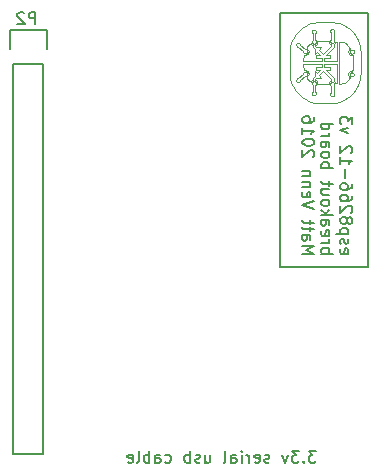
<source format=gbr>
G04 #@! TF.FileFunction,Legend,Bot*
%FSLAX46Y46*%
G04 Gerber Fmt 4.6, Leading zero omitted, Abs format (unit mm)*
G04 Created by KiCad (PCBNEW (2015-06-25 BZR 5821)-product) date Tue 19 Apr 2016 11:43:48 CEST*
%MOMM*%
G01*
G04 APERTURE LIST*
%ADD10C,0.100000*%
%ADD11C,0.200000*%
%ADD12C,0.150000*%
G04 APERTURE END LIST*
D10*
X139195500Y-103457907D02*
X139406230Y-103585675D01*
X139494450Y-105165430D02*
X139417030Y-105062230D01*
X139417030Y-105062230D02*
X139334780Y-104974830D01*
X138771460Y-104809530D02*
X138737450Y-104809900D01*
X139132030Y-104852600D02*
X138999600Y-104820480D01*
X138838520Y-104809530D02*
X138771460Y-104809530D01*
X138999600Y-104820480D02*
X138838520Y-104809530D01*
X139241780Y-104904530D02*
X139132030Y-104852600D01*
X139334780Y-104974830D02*
X139241780Y-104904530D01*
X138544310Y-104826180D02*
X138535130Y-104825210D01*
X138360660Y-104955960D02*
X138309340Y-105010210D01*
X138396090Y-104889440D02*
X138360660Y-104955960D01*
X138412360Y-104813710D02*
X138396090Y-104889440D01*
X138508880Y-104822600D02*
X138467320Y-104818690D01*
X138467320Y-104818690D02*
X138412360Y-104813710D01*
X138535130Y-104825210D02*
X138508880Y-104822600D01*
X137467210Y-106679320D02*
X138544310Y-106679320D01*
X138544310Y-104826180D02*
X138544310Y-104826180D01*
X138244990Y-105292870D02*
X137578320Y-105959540D01*
X138544310Y-106492850D02*
X138544310Y-104826180D01*
X138309340Y-105010210D02*
X138244990Y-105049110D01*
X138244990Y-105049110D02*
X138244990Y-105292870D01*
X137467210Y-106492850D02*
X138544310Y-106492850D01*
X139499270Y-105665100D02*
X139510930Y-105585190D01*
X139521140Y-105773230D02*
X139499270Y-105665100D01*
X137980670Y-104829050D02*
X137996610Y-104858460D01*
X138283720Y-104858460D02*
X138299610Y-104829050D01*
X138072890Y-104921070D02*
X138105390Y-104931170D01*
X138175160Y-104931170D02*
X138207660Y-104921070D01*
X138207660Y-104921070D02*
X138237020Y-104905180D01*
X138262610Y-104884070D02*
X138283720Y-104858460D01*
X138237020Y-104905180D02*
X138262610Y-104884070D01*
X135076475Y-108158110D02*
X135113150Y-108216260D01*
X134983539Y-108900350D02*
X134855771Y-108689620D01*
X135130403Y-109097010D02*
X134983539Y-108900350D01*
X135295171Y-109278330D02*
X135130403Y-109097010D01*
X135169519Y-108255540D02*
X135234243Y-108269710D01*
X135673150Y-109589960D02*
X135476486Y-109443100D01*
X136107450Y-109825100D02*
X135883870Y-109717720D01*
X138244990Y-107879290D02*
X137578320Y-107212620D01*
X135065299Y-108092680D02*
X135076475Y-108158110D01*
X134548100Y-107469300D02*
X134548100Y-105706390D01*
X134599858Y-107985680D02*
X134561284Y-107731350D01*
X134662683Y-108231030D02*
X134599858Y-107985680D01*
X134855771Y-108689620D02*
X134748404Y-108466040D01*
X134561284Y-107731350D02*
X134548100Y-107469300D01*
X134748404Y-108466040D02*
X134662683Y-108231030D01*
X137200560Y-107879290D02*
X137000520Y-107679320D01*
X135299565Y-108258530D02*
X135357617Y-108221790D01*
X135113150Y-108216260D02*
X135169519Y-108255540D01*
X135411110Y-108102000D02*
X135838190Y-107694010D01*
X135396679Y-108166080D02*
X135411110Y-108102000D01*
X135357617Y-108221790D02*
X135396679Y-108166080D01*
X135118737Y-107971470D02*
X135079458Y-108027850D01*
X135079458Y-108027850D02*
X135065299Y-108092680D01*
X135883870Y-109717720D02*
X135673150Y-109589960D01*
X134548100Y-105706390D02*
X134561284Y-105444290D01*
X135476486Y-109443100D02*
X135295171Y-109278330D01*
X135234243Y-108269710D02*
X135299565Y-108258530D01*
X138971930Y-103350540D02*
X139195500Y-103457907D01*
X137975130Y-103150290D02*
X138237230Y-103163419D01*
X138247920Y-104036032D02*
X138284490Y-103981344D01*
X138491570Y-103201994D02*
X138736910Y-103264819D01*
X138237230Y-103163419D02*
X138491570Y-103201994D01*
X138736910Y-103264819D02*
X138971930Y-103350540D01*
X138297880Y-103914504D02*
X138294410Y-103879565D01*
X138284490Y-103981344D02*
X138297880Y-103914504D01*
X138294410Y-103879565D02*
X138284270Y-103847068D01*
X138284270Y-103847068D02*
X138268310Y-103817662D01*
X134855771Y-104486010D02*
X134983539Y-104275290D01*
X134983539Y-104275290D02*
X135130403Y-104078621D01*
X134748404Y-104709600D02*
X134855771Y-104486010D01*
X136587810Y-103201994D02*
X136842160Y-103163419D01*
X134599858Y-105189940D02*
X134662683Y-104944610D01*
X134662683Y-104944610D02*
X134748404Y-104709600D01*
X136342480Y-103264819D02*
X136587810Y-103201994D01*
X138295500Y-104685330D02*
X138274930Y-104653110D01*
X138308630Y-104721850D02*
X138295500Y-104685330D01*
X138247920Y-104626300D02*
X138247920Y-104036032D01*
X138274930Y-104653110D02*
X138247920Y-104626300D01*
X138313180Y-104761720D02*
X138308630Y-104721850D01*
X138299610Y-104829050D02*
X138309710Y-104796610D01*
X138313180Y-104761720D02*
X138313180Y-104761720D01*
X134561284Y-105444290D02*
X134599858Y-105189940D01*
X137104200Y-103150290D02*
X137975130Y-103150290D01*
X136842160Y-103163419D02*
X137104200Y-103150290D01*
X136575340Y-103807246D02*
X136540450Y-103810718D01*
X136402040Y-103980476D02*
X136407360Y-104022957D01*
X136407360Y-104022957D02*
X136422280Y-104061586D01*
X136107450Y-103350540D02*
X136342480Y-103264819D01*
X136610230Y-103810718D02*
X136575340Y-103807246D01*
X135295171Y-103897307D02*
X135476486Y-103732539D01*
X135883870Y-103457907D02*
X136107450Y-103350540D01*
X135130403Y-104078621D02*
X135295171Y-103897307D01*
X135673150Y-103585675D02*
X135883870Y-103457907D01*
X135476486Y-103732539D02*
X135673150Y-103585675D01*
X135065299Y-105079390D02*
X135079458Y-105144220D01*
X135231639Y-105248330D02*
X135272221Y-105245070D01*
X135076475Y-105013960D02*
X135065299Y-105079390D01*
X135113150Y-104955850D02*
X135076475Y-105013960D01*
X135153135Y-105226190D02*
X135191329Y-105242080D01*
X135118737Y-105200640D02*
X135153135Y-105226190D01*
X135191329Y-105242080D02*
X135231639Y-105248330D01*
X135079458Y-105144220D02*
X135118737Y-105200640D01*
X139512950Y-107734930D02*
X139486420Y-107670210D01*
X139486420Y-107670210D02*
X139477030Y-107598430D01*
X139477030Y-107598430D02*
X139498890Y-107490250D01*
X138544310Y-106679320D02*
X138544310Y-108345980D01*
X138737450Y-104809900D02*
X138737450Y-108365790D01*
X138309710Y-104796610D02*
X138313180Y-104761720D01*
X136217860Y-105017320D02*
X136123890Y-105123000D01*
X136323430Y-104936640D02*
X136322090Y-104937290D01*
X136123890Y-105123000D02*
X136039790Y-105249080D01*
X136419910Y-105069010D02*
X136379320Y-105031800D01*
X136379320Y-105031800D02*
X136346770Y-104987260D01*
X136346770Y-104987260D02*
X136323430Y-104936640D01*
X136322090Y-104937290D02*
X136217860Y-105017320D01*
X137133880Y-105959540D02*
X136833850Y-105659510D01*
X137244990Y-106181760D02*
X136800540Y-106181760D01*
X136800540Y-106181760D02*
X136800540Y-105959540D01*
X136800540Y-105959540D02*
X137133880Y-105959540D01*
X137244990Y-106181760D02*
X137244990Y-106181760D01*
X137911660Y-105959540D02*
X137911660Y-106181760D01*
X137244990Y-106492850D02*
X137244990Y-106181760D01*
X137467210Y-106181760D02*
X137467210Y-106492850D01*
X137911660Y-106181760D02*
X137467210Y-106181760D01*
X137578320Y-105959540D02*
X137911660Y-105959540D01*
X137902160Y-104947760D02*
X137867710Y-104875330D01*
X137356100Y-105848430D02*
X138022770Y-105181760D01*
X138022770Y-105048780D02*
X138022770Y-105048780D01*
X137000520Y-105492850D02*
X137356100Y-105848430D01*
X138022770Y-105181760D02*
X138022770Y-105048780D01*
X138022770Y-105048780D02*
X137955060Y-105006730D01*
X137955060Y-105006730D02*
X137902160Y-104947760D01*
X136760610Y-105064510D02*
X136689430Y-105105690D01*
X136852790Y-104930830D02*
X136816380Y-105004890D01*
X136816380Y-105004890D02*
X136760610Y-105064510D01*
X136467210Y-105097720D02*
X136419910Y-105069010D01*
X136689430Y-105105690D02*
X136689430Y-105181760D01*
X136467210Y-105292870D02*
X136467210Y-105097720D01*
X136689430Y-105181760D02*
X136800540Y-105292870D01*
X136800540Y-105292870D02*
X137200560Y-105292870D01*
X137200560Y-105292870D02*
X137000520Y-105492850D01*
X136645000Y-105848430D02*
X136645000Y-105470650D01*
X136645000Y-105470650D02*
X136467210Y-105292870D01*
X136833850Y-105659510D02*
X136645000Y-105848430D01*
X137357840Y-104768890D02*
X137104030Y-104776910D01*
X137104030Y-104776910D02*
X136861310Y-104796350D01*
X137855770Y-104777250D02*
X137612020Y-104769800D01*
X137855390Y-104793190D02*
X137855770Y-104777250D01*
X137612020Y-104769800D02*
X137357840Y-104768890D01*
X136417350Y-104827690D02*
X136420880Y-104862580D01*
X136861310Y-104796350D02*
X136865810Y-104846360D01*
X136865810Y-104846360D02*
X136852790Y-104930830D01*
X138002310Y-103792000D02*
X137981210Y-103817662D01*
X138089770Y-103744746D02*
X138057320Y-103754891D01*
X138027920Y-103770841D02*
X138002310Y-103792000D01*
X138057320Y-103754891D02*
X138027920Y-103770841D01*
X137965310Y-103847068D02*
X137955230Y-103879565D01*
X137981210Y-103817662D02*
X137965310Y-103847068D01*
X138268310Y-103817662D02*
X138247160Y-103792000D01*
X138247160Y-103792000D02*
X138221490Y-103770841D01*
X138159590Y-103744746D02*
X138124660Y-103741273D01*
X138221490Y-103770841D02*
X138192090Y-103754891D01*
X138192090Y-103754891D02*
X138159590Y-103744746D01*
X138124660Y-103741273D02*
X138089770Y-103744746D01*
X138043430Y-104905180D02*
X138072890Y-104921070D01*
X138105390Y-104931170D02*
X138140280Y-104934690D01*
X138140280Y-104934690D02*
X138175160Y-104931170D01*
X138017770Y-104884070D02*
X138043430Y-104905180D01*
X137971170Y-104724180D02*
X137966990Y-104761720D01*
X137996610Y-104858460D02*
X138017770Y-104884070D01*
X137970520Y-104796610D02*
X137980670Y-104829050D01*
X137867710Y-104875330D02*
X137855390Y-104793190D01*
X137966990Y-104761720D02*
X137970520Y-104796610D01*
X138001450Y-104658600D02*
X137982950Y-104689510D01*
X138025700Y-104632220D02*
X138001450Y-104658600D01*
X138025700Y-104056215D02*
X138025700Y-104632220D01*
X137982950Y-104689510D02*
X137971170Y-104724180D01*
X137995310Y-104029087D02*
X138025700Y-104056215D01*
X137957000Y-103956984D02*
X137971930Y-103995614D01*
X137951700Y-103914504D02*
X137957000Y-103956984D01*
X137971930Y-103995614D02*
X137995310Y-104029087D01*
X137955230Y-103879565D02*
X137951700Y-103914504D01*
X135688510Y-105643030D02*
X135700390Y-105713550D01*
X136034380Y-105645790D02*
X136034380Y-105645790D01*
X136023200Y-105711220D02*
X136034380Y-105645790D01*
X135986420Y-105769370D02*
X136023200Y-105711220D01*
X135700390Y-105713550D02*
X135741620Y-105774970D01*
X136034380Y-105645790D02*
X136020210Y-105580960D01*
X136132460Y-105646330D02*
X136110600Y-105754830D01*
X135741620Y-105774970D02*
X135799780Y-105811640D01*
X135962210Y-105903220D02*
X135853660Y-105925140D01*
X135799780Y-105811640D02*
X135865210Y-105822820D01*
X135776940Y-105914400D02*
X135746990Y-106029530D01*
X135865210Y-105822820D02*
X135930040Y-105808650D01*
X135746990Y-106029530D02*
X135721660Y-106137430D01*
X135980880Y-105524580D02*
X135913440Y-105484500D01*
X136085810Y-105491540D02*
X136120200Y-105564080D01*
X135965140Y-105390420D02*
X136032910Y-105432420D01*
X135913440Y-105484500D02*
X135837810Y-105478100D01*
X136032910Y-105432420D02*
X136085810Y-105491540D01*
X136020210Y-105580960D02*
X135980880Y-105524580D01*
X136110600Y-105754830D02*
X136050810Y-105843430D01*
X135853660Y-105925140D02*
X135776940Y-105914400D01*
X135930040Y-105808650D02*
X135986420Y-105769370D01*
X136050810Y-105843430D02*
X135962210Y-105903220D01*
X135683900Y-106321510D02*
X135671200Y-106392690D01*
X135657150Y-106480860D02*
X135655410Y-106492850D01*
X135721660Y-106137430D02*
X135700660Y-106235640D01*
X135662300Y-106446680D02*
X135657150Y-106480860D01*
X135671200Y-106392690D02*
X135662300Y-106446680D01*
X135700660Y-106235640D02*
X135683900Y-106321510D01*
X136672070Y-103836814D02*
X136642730Y-103820864D01*
X136718780Y-103883634D02*
X136697680Y-103857972D01*
X136734680Y-103913040D02*
X136718780Y-103883634D01*
X136697680Y-103857972D02*
X136672070Y-103836814D01*
X136642730Y-103820864D02*
X136610230Y-103810718D01*
X136748240Y-103980476D02*
X136744770Y-103945537D01*
X136744770Y-103945537D02*
X136734680Y-103913040D01*
X136734840Y-104047316D02*
X136748240Y-103980476D01*
X136725240Y-104719080D02*
X136698230Y-104692280D01*
X136433290Y-104755480D02*
X136421530Y-104790150D01*
X136745850Y-104751300D02*
X136725240Y-104719080D01*
X136421530Y-104790150D02*
X136417350Y-104827690D01*
X136758990Y-104787820D02*
X136745850Y-104751300D01*
X136476000Y-104698190D02*
X136451790Y-104724570D01*
X136431730Y-103883634D02*
X136415720Y-103913040D01*
X136540450Y-103810718D02*
X136507950Y-103820864D01*
X136405570Y-103945537D02*
X136402040Y-103980476D01*
X136507950Y-103820864D02*
X136478540Y-103836814D01*
X136478540Y-103836814D02*
X136452890Y-103857972D01*
X136452890Y-103857972D02*
X136431730Y-103883634D01*
X136415720Y-103913040D02*
X136405570Y-103945537D01*
X136476000Y-104122187D02*
X136476000Y-104698190D01*
X136451790Y-104724570D02*
X136433290Y-104755480D01*
X136422280Y-104061586D02*
X136445610Y-104095059D01*
X136445610Y-104095059D02*
X136476000Y-104122187D01*
X136698230Y-104692280D02*
X136698230Y-104102004D01*
X136698230Y-104102004D02*
X136734840Y-104047316D01*
X136110600Y-107417280D02*
X136050810Y-107328680D01*
X136645000Y-107323730D02*
X136645000Y-107701550D01*
X136800540Y-107212620D02*
X137133880Y-107212620D01*
X136833850Y-107512650D02*
X136645000Y-107323730D01*
X136645000Y-107701550D02*
X136467210Y-107879290D01*
X135272547Y-107927040D02*
X135231911Y-107923680D01*
X135688510Y-107529080D02*
X135272547Y-107927040D01*
X135191492Y-107929910D02*
X135153189Y-107945800D01*
X135700440Y-107458550D02*
X135688510Y-107529080D01*
X135231911Y-107923680D02*
X135191492Y-107929910D01*
X135741620Y-107397140D02*
X135700440Y-107458550D01*
X135153189Y-107945800D02*
X135118737Y-107971470D01*
X136034380Y-107526320D02*
X136034380Y-107526320D01*
X136132460Y-107525830D02*
X136110600Y-107417280D01*
X136034380Y-107526320D02*
X136023200Y-107460830D01*
X136120200Y-107608030D02*
X136132460Y-107525830D01*
X136020210Y-107591150D02*
X136034380Y-107526320D01*
X136085810Y-107680570D02*
X136120200Y-107608030D01*
X135913610Y-107687510D02*
X135980880Y-107647530D01*
X135980880Y-107647530D02*
X136020210Y-107591150D01*
X136032910Y-107739710D02*
X136085810Y-107680570D01*
X135838190Y-107694010D02*
X135913610Y-107687510D01*
X137356100Y-107323730D02*
X138022770Y-107990400D01*
X137578320Y-107212620D02*
X137911660Y-107212620D01*
X137911660Y-107212620D02*
X137911660Y-106990400D01*
X137911660Y-106990400D02*
X137467210Y-106990400D01*
X135930040Y-107363400D02*
X135865210Y-107349230D01*
X136023200Y-107460830D02*
X135986420Y-107402730D01*
X135986420Y-107402730D02*
X135930040Y-107363400D01*
X135799780Y-107360420D02*
X135741620Y-107397140D01*
X135865210Y-107349230D02*
X135799780Y-107360420D01*
X137133880Y-107212620D02*
X136833850Y-107512650D01*
X137244990Y-106990400D02*
X136800540Y-106990400D01*
X137244990Y-106990400D02*
X137244990Y-106990400D01*
X137467210Y-106990400D02*
X137467210Y-106679320D01*
X137000520Y-107679320D02*
X137356100Y-107323730D01*
X137244990Y-106679320D02*
X137244990Y-106990460D01*
X136800540Y-106990400D02*
X136800540Y-107212620D01*
X135655410Y-106679320D02*
X137244990Y-106679320D01*
X137244990Y-106990460D02*
X137244990Y-106990400D01*
X135655410Y-106492850D02*
X137244990Y-106492850D01*
X136446970Y-104924430D02*
X136468130Y-104950040D01*
X136493790Y-104971150D02*
X136523200Y-104987040D01*
X136420880Y-104862580D02*
X136431020Y-104895030D01*
X136555700Y-104997140D02*
X136590590Y-105000670D01*
X136523200Y-104987040D02*
X136555700Y-104997140D01*
X136468130Y-104950040D02*
X136493790Y-104971150D01*
X136431020Y-104895030D02*
X136446970Y-104924430D01*
X136763540Y-104827690D02*
X136763540Y-104827690D01*
X136760070Y-104862580D02*
X136763540Y-104827690D01*
X136749980Y-104895030D02*
X136760070Y-104862580D01*
X136763540Y-104827690D02*
X136758990Y-104787820D01*
X136625520Y-104997140D02*
X136657960Y-104987040D01*
X136590590Y-105000670D02*
X136625520Y-104997140D01*
X136712980Y-104950040D02*
X136734090Y-104924430D01*
X136687360Y-104971150D02*
X136712980Y-104950040D01*
X136734090Y-104924430D02*
X136749980Y-104895030D01*
X136657960Y-104987040D02*
X136687360Y-104971150D01*
X135234243Y-104902350D02*
X135169519Y-104916510D01*
X135169519Y-104916510D02*
X135113150Y-104955850D01*
X135396679Y-105005970D02*
X135357617Y-104950320D01*
X135357617Y-104950320D02*
X135299565Y-104913530D01*
X135299565Y-104913530D02*
X135234243Y-104902350D01*
X135411110Y-105070110D02*
X135396679Y-105005970D01*
X135272221Y-105245070D02*
X135688510Y-105643030D01*
X135837810Y-105478100D02*
X135411110Y-105070110D01*
X136039790Y-105249080D02*
X135965140Y-105390420D01*
X136120200Y-105564080D02*
X136132460Y-105646330D01*
X135700660Y-106936530D02*
X135683900Y-106850600D01*
X135683900Y-106850600D02*
X135671200Y-106779410D01*
X135671200Y-106779410D02*
X135662300Y-106725430D01*
X135657150Y-106691250D02*
X135655410Y-106679320D01*
X135662300Y-106725430D02*
X135657150Y-106691250D01*
X135721660Y-107034680D02*
X135700660Y-106936530D01*
X135962210Y-107268890D02*
X135853660Y-107247030D01*
X136050810Y-107328680D02*
X135962210Y-107268890D01*
X135853660Y-107247030D02*
X135776940Y-107257820D01*
X135746990Y-107142640D02*
X135721660Y-107034680D01*
X135776940Y-107257820D02*
X135746990Y-107142640D01*
X139110060Y-108328460D02*
X139210480Y-108283110D01*
X138737450Y-108365790D02*
X138771460Y-108366110D01*
X139295600Y-108221470D02*
X139371670Y-108144650D01*
X139210480Y-108283110D02*
X139295600Y-108221470D01*
X138988160Y-108356510D02*
X139110060Y-108328460D01*
X138771460Y-108366110D02*
X138838520Y-108366110D01*
X138838520Y-108366110D02*
X138988160Y-108356510D01*
X138412360Y-108358460D02*
X138396090Y-108282720D01*
X138244990Y-108123050D02*
X138244990Y-107879290D01*
X138544310Y-108345980D02*
X138544310Y-108345980D01*
X138467320Y-108353420D02*
X138412360Y-108358460D01*
X138535130Y-108346900D02*
X138508880Y-108349510D01*
X138544310Y-108345980D02*
X138535130Y-108346900D01*
X138508880Y-108349510D02*
X138467320Y-108353420D01*
X139371670Y-108144650D02*
X139444910Y-108053670D01*
X139444910Y-108053670D02*
X139521520Y-107949720D01*
X136758990Y-108384230D02*
X136763540Y-108344410D01*
X136861310Y-108375820D02*
X136865810Y-108325860D01*
X136763540Y-108344410D02*
X136760070Y-108309470D01*
X136763540Y-108344410D02*
X136763540Y-108344410D01*
X137104030Y-108395190D02*
X136861310Y-108375820D01*
X136800540Y-107879290D02*
X137200560Y-107879290D01*
X136865810Y-108325860D02*
X136852790Y-108241330D01*
X137855770Y-108394920D02*
X137612020Y-108402300D01*
X137867710Y-108296830D02*
X137855390Y-108378970D01*
X137612020Y-108402300D02*
X137357840Y-108403220D01*
X137357840Y-108403220D02*
X137104030Y-108395190D01*
X137855390Y-108378970D02*
X137855770Y-108394920D01*
X136467210Y-108074440D02*
X136419910Y-108103140D01*
X136689430Y-108066470D02*
X136689430Y-107990400D01*
X136816380Y-108167280D02*
X136760610Y-108107600D01*
X136467210Y-107879290D02*
X136467210Y-108074440D01*
X136689430Y-107990400D02*
X136800540Y-107879290D01*
X136419910Y-108103140D02*
X136379320Y-108140360D01*
X136760610Y-108107600D02*
X136689430Y-108066470D01*
X136420880Y-108309470D02*
X136417350Y-108344410D01*
X136417350Y-108344410D02*
X136421530Y-108381900D01*
X136446970Y-108247620D02*
X136431020Y-108277030D01*
X136431020Y-108277030D02*
X136420880Y-108309470D01*
X136468130Y-108222010D02*
X136446970Y-108247620D01*
X136346770Y-108184850D02*
X136323430Y-108235580D01*
X136322090Y-108234870D02*
X136217860Y-108154790D01*
X136379320Y-108140360D02*
X136346770Y-108184850D01*
X136217860Y-108154790D02*
X136123890Y-108049160D01*
X136323430Y-108235580D02*
X136322090Y-108234870D01*
X135965140Y-107781750D02*
X136032910Y-107739710D01*
X136039790Y-107923030D02*
X135965140Y-107781750D01*
X136123890Y-108049160D02*
X136039790Y-107923030D01*
X136657960Y-108185010D02*
X136625520Y-108174920D01*
X136555700Y-108174920D02*
X136523200Y-108185010D01*
X136523200Y-108185010D02*
X136493790Y-108200910D01*
X136493790Y-108200910D02*
X136468130Y-108222010D01*
X136590590Y-108171440D02*
X136555700Y-108174920D01*
X136625520Y-108174920D02*
X136590590Y-108171440D01*
X136852790Y-108241330D02*
X136816380Y-108167280D01*
X136687360Y-108200910D02*
X136657960Y-108185010D01*
X136734090Y-108247620D02*
X136712980Y-108222010D01*
X136749980Y-108277030D02*
X136734090Y-108247620D01*
X136712980Y-108222010D02*
X136687360Y-108200910D01*
X136760070Y-108309470D02*
X136749980Y-108277030D01*
X136540450Y-109361330D02*
X136575340Y-109364860D01*
X136575340Y-109364860D02*
X136610230Y-109361330D01*
X136478540Y-109335230D02*
X136507950Y-109351190D01*
X136342480Y-109910820D02*
X136107450Y-109825100D01*
X136507950Y-109351190D02*
X136540450Y-109361330D01*
X136725240Y-108452970D02*
X136745850Y-108420750D01*
X136421530Y-108381900D02*
X136433290Y-108416570D01*
X136433290Y-108416570D02*
X136451790Y-108447480D01*
X136698230Y-108479830D02*
X136725240Y-108452970D01*
X136451790Y-108447480D02*
X136476000Y-108473910D01*
X136745850Y-108420750D02*
X136758990Y-108384230D01*
X137955230Y-109292760D02*
X137965310Y-109325260D01*
X136642730Y-109351190D02*
X136672070Y-109335230D01*
X136610230Y-109361330D02*
X136642730Y-109351190D01*
X137951700Y-109257930D02*
X137955230Y-109292760D01*
X136734680Y-109259010D02*
X136744770Y-109226510D01*
X136748240Y-109191640D02*
X136734840Y-109124730D01*
X136672070Y-109335230D02*
X136697680Y-109314080D01*
X136718780Y-109288420D02*
X136734680Y-109259010D01*
X136744770Y-109226510D02*
X136748240Y-109191640D01*
X136697680Y-109314080D02*
X136718780Y-109288420D01*
X136445610Y-109077000D02*
X136422280Y-109110470D01*
X136734840Y-109124730D02*
X136698230Y-109070110D01*
X136422280Y-109110470D02*
X136407360Y-109149100D01*
X136476000Y-109049920D02*
X136445610Y-109077000D01*
X136698230Y-109070110D02*
X136698230Y-108479830D01*
X136476000Y-108473910D02*
X136476000Y-109049920D01*
X136452890Y-109314080D02*
X136478540Y-109335230D01*
X136431730Y-109288420D02*
X136452890Y-109314080D01*
X136415720Y-109259010D02*
X136431730Y-109288420D01*
X136402040Y-109191640D02*
X136405570Y-109226510D01*
X136405570Y-109226510D02*
X136415720Y-109259010D01*
X136407360Y-109149100D02*
X136402040Y-109191640D01*
X138299610Y-108343280D02*
X138283720Y-108313860D01*
X138309710Y-108375760D02*
X138299610Y-108343280D01*
X138283720Y-108313860D02*
X138262610Y-108288210D01*
X138309340Y-108161900D02*
X138244990Y-108123050D01*
X138396090Y-108282720D02*
X138360660Y-108216150D01*
X138360660Y-108216150D02*
X138309340Y-108161900D01*
X138313180Y-108410710D02*
X138313180Y-108410710D01*
X138274930Y-108519000D02*
X138295500Y-108486870D01*
X138295500Y-108486870D02*
X138308630Y-108450470D01*
X138308630Y-108450470D02*
X138313180Y-108410710D01*
X138313180Y-108410710D02*
X138309710Y-108375760D01*
X137996610Y-108313860D02*
X137980670Y-108343280D01*
X137970520Y-108375760D02*
X137966990Y-108410710D01*
X137966990Y-108410710D02*
X137982950Y-108482710D01*
X137980670Y-108343280D02*
X137970520Y-108375760D01*
X138262610Y-108288210D02*
X138237020Y-108267040D01*
X138237020Y-108267040D02*
X138207660Y-108251040D01*
X138140280Y-108237420D02*
X138105390Y-108240890D01*
X138175160Y-108240890D02*
X138140280Y-108237420D01*
X138207660Y-108251040D02*
X138175160Y-108240890D01*
X138105390Y-108240890D02*
X138072890Y-108251040D01*
X138043430Y-108267040D02*
X138017770Y-108288210D01*
X137902160Y-108224400D02*
X137867710Y-108296830D01*
X138022770Y-107990400D02*
X138022770Y-108123430D01*
X138022770Y-108123430D02*
X138022770Y-108123430D01*
X138072890Y-108251040D02*
X138043430Y-108267040D01*
X137955060Y-108165370D02*
X137902160Y-108224400D01*
X138022770Y-108123430D02*
X137955060Y-108165370D01*
X138017770Y-108288210D02*
X137996610Y-108313860D01*
X139406230Y-109589960D02*
X139195500Y-109717720D01*
X139195500Y-109717720D02*
X138971930Y-109825100D01*
X138971930Y-109825100D02*
X138736910Y-109910820D01*
X138002310Y-109380220D02*
X138027920Y-109401320D01*
X138027920Y-109401320D02*
X138057320Y-109417220D01*
X137981210Y-109354610D02*
X138002310Y-109380220D01*
X138247160Y-109380220D02*
X138268310Y-109354610D01*
X138159590Y-109427300D02*
X138192090Y-109417220D01*
X138057320Y-109417220D02*
X138089770Y-109427300D01*
X138025700Y-109115890D02*
X137995310Y-109143030D01*
X137982950Y-108482710D02*
X138025700Y-108539890D01*
X138025700Y-108539890D02*
X138025700Y-109115890D01*
X137995310Y-109143030D02*
X137971930Y-109176610D01*
X138247920Y-109136080D02*
X138247920Y-108545800D01*
X138247920Y-108545800D02*
X138274930Y-108519000D01*
X138284490Y-109190870D02*
X138247920Y-109136080D01*
X138268310Y-109354610D02*
X138284270Y-109325260D01*
X137965310Y-109325260D02*
X137981210Y-109354610D01*
X138294410Y-109292760D02*
X138297880Y-109257930D01*
X138297880Y-109257930D02*
X138284490Y-109190870D01*
X138284270Y-109325260D02*
X138294410Y-109292760D01*
X137957000Y-109215350D02*
X137951700Y-109257930D01*
X137971930Y-109176610D02*
X137957000Y-109215350D01*
X138192090Y-109417220D02*
X138221490Y-109401320D01*
X138221490Y-109401320D02*
X138247160Y-109380220D01*
X138089770Y-109427300D02*
X138124660Y-109430830D01*
X138124660Y-109430830D02*
X138159590Y-109427300D01*
D11*
X136750001Y-139452381D02*
X136130953Y-139452381D01*
X136464287Y-139833333D01*
X136321429Y-139833333D01*
X136226191Y-139880952D01*
X136178572Y-139928571D01*
X136130953Y-140023810D01*
X136130953Y-140261905D01*
X136178572Y-140357143D01*
X136226191Y-140404762D01*
X136321429Y-140452381D01*
X136607144Y-140452381D01*
X136702382Y-140404762D01*
X136750001Y-140357143D01*
X135702382Y-140357143D02*
X135654763Y-140404762D01*
X135702382Y-140452381D01*
X135750001Y-140404762D01*
X135702382Y-140357143D01*
X135702382Y-140452381D01*
X135321430Y-139452381D02*
X134702382Y-139452381D01*
X135035716Y-139833333D01*
X134892858Y-139833333D01*
X134797620Y-139880952D01*
X134750001Y-139928571D01*
X134702382Y-140023810D01*
X134702382Y-140261905D01*
X134750001Y-140357143D01*
X134797620Y-140404762D01*
X134892858Y-140452381D01*
X135178573Y-140452381D01*
X135273811Y-140404762D01*
X135321430Y-140357143D01*
X134369049Y-139785714D02*
X134130954Y-140452381D01*
X133892858Y-139785714D01*
X132797620Y-140404762D02*
X132702382Y-140452381D01*
X132511906Y-140452381D01*
X132416667Y-140404762D01*
X132369048Y-140309524D01*
X132369048Y-140261905D01*
X132416667Y-140166667D01*
X132511906Y-140119048D01*
X132654763Y-140119048D01*
X132750001Y-140071429D01*
X132797620Y-139976190D01*
X132797620Y-139928571D01*
X132750001Y-139833333D01*
X132654763Y-139785714D01*
X132511906Y-139785714D01*
X132416667Y-139833333D01*
X131559524Y-140404762D02*
X131654762Y-140452381D01*
X131845239Y-140452381D01*
X131940477Y-140404762D01*
X131988096Y-140309524D01*
X131988096Y-139928571D01*
X131940477Y-139833333D01*
X131845239Y-139785714D01*
X131654762Y-139785714D01*
X131559524Y-139833333D01*
X131511905Y-139928571D01*
X131511905Y-140023810D01*
X131988096Y-140119048D01*
X131083334Y-140452381D02*
X131083334Y-139785714D01*
X131083334Y-139976190D02*
X131035715Y-139880952D01*
X130988096Y-139833333D01*
X130892858Y-139785714D01*
X130797619Y-139785714D01*
X130464286Y-140452381D02*
X130464286Y-139785714D01*
X130464286Y-139452381D02*
X130511905Y-139500000D01*
X130464286Y-139547619D01*
X130416667Y-139500000D01*
X130464286Y-139452381D01*
X130464286Y-139547619D01*
X129559524Y-140452381D02*
X129559524Y-139928571D01*
X129607143Y-139833333D01*
X129702381Y-139785714D01*
X129892858Y-139785714D01*
X129988096Y-139833333D01*
X129559524Y-140404762D02*
X129654762Y-140452381D01*
X129892858Y-140452381D01*
X129988096Y-140404762D01*
X130035715Y-140309524D01*
X130035715Y-140214286D01*
X129988096Y-140119048D01*
X129892858Y-140071429D01*
X129654762Y-140071429D01*
X129559524Y-140023810D01*
X128940477Y-140452381D02*
X129035715Y-140404762D01*
X129083334Y-140309524D01*
X129083334Y-139452381D01*
X127369047Y-139785714D02*
X127369047Y-140452381D01*
X127797619Y-139785714D02*
X127797619Y-140309524D01*
X127750000Y-140404762D01*
X127654762Y-140452381D01*
X127511904Y-140452381D01*
X127416666Y-140404762D01*
X127369047Y-140357143D01*
X126940476Y-140404762D02*
X126845238Y-140452381D01*
X126654762Y-140452381D01*
X126559523Y-140404762D01*
X126511904Y-140309524D01*
X126511904Y-140261905D01*
X126559523Y-140166667D01*
X126654762Y-140119048D01*
X126797619Y-140119048D01*
X126892857Y-140071429D01*
X126940476Y-139976190D01*
X126940476Y-139928571D01*
X126892857Y-139833333D01*
X126797619Y-139785714D01*
X126654762Y-139785714D01*
X126559523Y-139833333D01*
X126083333Y-140452381D02*
X126083333Y-139452381D01*
X126083333Y-139833333D02*
X125988095Y-139785714D01*
X125797618Y-139785714D01*
X125702380Y-139833333D01*
X125654761Y-139880952D01*
X125607142Y-139976190D01*
X125607142Y-140261905D01*
X125654761Y-140357143D01*
X125702380Y-140404762D01*
X125797618Y-140452381D01*
X125988095Y-140452381D01*
X126083333Y-140404762D01*
X123988094Y-140404762D02*
X124083332Y-140452381D01*
X124273809Y-140452381D01*
X124369047Y-140404762D01*
X124416666Y-140357143D01*
X124464285Y-140261905D01*
X124464285Y-139976190D01*
X124416666Y-139880952D01*
X124369047Y-139833333D01*
X124273809Y-139785714D01*
X124083332Y-139785714D01*
X123988094Y-139833333D01*
X123130951Y-140452381D02*
X123130951Y-139928571D01*
X123178570Y-139833333D01*
X123273808Y-139785714D01*
X123464285Y-139785714D01*
X123559523Y-139833333D01*
X123130951Y-140404762D02*
X123226189Y-140452381D01*
X123464285Y-140452381D01*
X123559523Y-140404762D01*
X123607142Y-140309524D01*
X123607142Y-140214286D01*
X123559523Y-140119048D01*
X123464285Y-140071429D01*
X123226189Y-140071429D01*
X123130951Y-140023810D01*
X122654761Y-140452381D02*
X122654761Y-139452381D01*
X122654761Y-139833333D02*
X122559523Y-139785714D01*
X122369046Y-139785714D01*
X122273808Y-139833333D01*
X122226189Y-139880952D01*
X122178570Y-139976190D01*
X122178570Y-140261905D01*
X122226189Y-140357143D01*
X122273808Y-140404762D01*
X122369046Y-140452381D01*
X122559523Y-140452381D01*
X122654761Y-140404762D01*
X121607142Y-140452381D02*
X121702380Y-140404762D01*
X121749999Y-140309524D01*
X121749999Y-139452381D01*
X120845236Y-140404762D02*
X120940474Y-140452381D01*
X121130951Y-140452381D01*
X121226189Y-140404762D01*
X121273808Y-140309524D01*
X121273808Y-139928571D01*
X121226189Y-139833333D01*
X121130951Y-139785714D01*
X120940474Y-139785714D01*
X120845236Y-139833333D01*
X120797617Y-139928571D01*
X120797617Y-140023810D01*
X121273808Y-140119048D01*
X133705000Y-123915000D02*
X133705000Y-102415000D01*
X134705000Y-123915000D02*
X133705000Y-123915000D01*
X141205000Y-123915000D02*
X134705000Y-123915000D01*
X141205000Y-102415000D02*
X141205000Y-123915000D01*
X133705000Y-102415000D02*
X141205000Y-102415000D01*
D10*
X139680270Y-107736780D02*
X139654660Y-107715610D01*
X140095850Y-104275290D02*
X140223610Y-104486010D01*
X139865590Y-105928290D02*
X139777040Y-105942870D01*
X140416700Y-104944610D02*
X140479530Y-105189940D01*
X140330980Y-108466040D02*
X140223610Y-108689620D01*
X139580660Y-105861500D02*
X139521140Y-105773230D01*
X139617540Y-107525830D02*
X139633490Y-107496430D01*
X139899450Y-107470820D02*
X139920600Y-107496430D01*
X139777040Y-107420150D02*
X139811930Y-107423620D01*
X139873840Y-107736780D02*
X139844430Y-107752720D01*
X140095850Y-108900350D02*
X139948980Y-109097010D01*
X139799240Y-105833010D02*
X139799240Y-105833010D01*
X139607450Y-107558330D02*
X139617540Y-107525830D01*
X139896030Y-105803390D02*
X139866630Y-105819400D01*
X139846490Y-107336280D02*
X139876230Y-107174920D01*
X138237230Y-110012220D02*
X137975130Y-110025400D01*
X139968890Y-105694780D02*
X139958790Y-105727220D01*
X139811930Y-107423620D02*
X139844430Y-107433710D01*
X139948980Y-109097010D02*
X139784210Y-109278330D01*
X139607610Y-107833830D02*
X139554180Y-107790260D01*
X140479530Y-105189940D02*
X140518100Y-105444290D01*
X139406230Y-103585675D02*
X139602890Y-103732539D01*
X140518100Y-107731350D02*
X140479530Y-107985680D01*
X139676850Y-105537440D02*
X139702500Y-105516330D01*
X139784210Y-109278330D02*
X139602890Y-109443100D01*
X139886420Y-107007440D02*
X139886420Y-106168570D01*
X139950110Y-107593220D02*
X139946640Y-107628100D01*
X139777040Y-107766330D02*
X139777040Y-107766330D01*
X139633490Y-107690000D02*
X139617540Y-107660600D01*
X139709670Y-107433710D02*
X139742170Y-107423620D01*
X139876230Y-107174920D02*
X139886420Y-107007440D01*
X139873840Y-107449660D02*
X139899450Y-107470820D01*
X139676850Y-105782290D02*
X139655740Y-105756620D01*
X139834130Y-105829480D02*
X139799240Y-105833010D01*
X139866630Y-105819400D02*
X139834130Y-105829480D01*
X139958790Y-105592510D02*
X139968890Y-105625010D01*
X139948980Y-104078621D02*
X140095850Y-104275290D01*
X139742170Y-107762820D02*
X139709670Y-107752720D01*
X139764350Y-105829480D02*
X139731910Y-105819400D01*
X139633490Y-107496430D02*
X139654660Y-107470820D01*
X139629640Y-105694780D02*
X139626110Y-105659890D01*
X139602890Y-103732539D02*
X139784210Y-103897307D01*
X139958790Y-105727220D02*
X139942790Y-105756620D01*
X139844430Y-107752720D02*
X139811930Y-107762820D01*
X137975130Y-110025400D02*
X137104200Y-110025400D01*
X139709670Y-107752720D02*
X139680270Y-107736780D01*
X139811930Y-107762820D02*
X139777040Y-107766330D01*
X139920600Y-107496430D02*
X139936560Y-107525830D01*
X139972360Y-105659890D02*
X139968890Y-105694780D01*
X139777040Y-107766330D02*
X139742170Y-107762820D01*
X139899450Y-107715610D02*
X139873840Y-107736780D01*
X139558410Y-107401970D02*
X139646680Y-107342460D01*
X139658610Y-105413690D02*
X139573000Y-105283000D01*
X139844430Y-107433710D02*
X139873840Y-107449660D01*
X139946640Y-107628100D02*
X139936560Y-107660600D01*
X139543660Y-105514390D02*
X139594000Y-105456070D01*
X139942790Y-105756620D02*
X139921680Y-105782290D01*
X139936560Y-107660600D02*
X139920600Y-107690000D01*
X139617540Y-107660600D02*
X139607450Y-107628100D01*
X139936560Y-107525830D02*
X139946640Y-107558330D01*
X139896030Y-105516330D02*
X139921680Y-105537440D01*
X140531230Y-105706390D02*
X140531230Y-105706390D01*
X139920600Y-107690000D02*
X139899450Y-107715610D01*
X139742170Y-107423620D02*
X139777040Y-107420150D01*
X140479530Y-107985680D02*
X140416700Y-108231030D01*
X139866630Y-105500330D02*
X139896030Y-105516330D01*
X140223610Y-104486010D02*
X140330980Y-104709600D01*
X139784210Y-103897307D02*
X139948980Y-104078621D01*
X139639740Y-105592510D02*
X139655740Y-105563110D01*
X139603930Y-107593220D02*
X139607450Y-107558330D01*
X139921680Y-105537440D02*
X139942790Y-105563110D01*
X139921680Y-105782290D02*
X139896030Y-105803390D01*
X139799240Y-105486780D02*
X139834130Y-105490250D01*
X139602890Y-109443100D02*
X139406230Y-109589960D01*
X136842160Y-110012220D02*
X136587810Y-109973640D01*
X139654660Y-107715610D02*
X139633490Y-107690000D01*
X139607450Y-107628100D02*
X139603930Y-107593220D01*
X139668920Y-105921010D02*
X139580660Y-105861500D01*
X139654660Y-107470820D02*
X139680270Y-107449660D01*
X139629640Y-105625010D02*
X139639740Y-105592510D01*
X139754810Y-107320650D02*
X139846490Y-107336280D01*
X139554180Y-107790260D02*
X139512950Y-107734930D01*
X139680270Y-107449660D02*
X139709670Y-107433710D01*
X138736910Y-109910820D02*
X138491570Y-109973640D01*
X140416700Y-108231030D02*
X140330980Y-108466040D01*
X139510930Y-105585190D02*
X139543660Y-105514390D01*
X137104200Y-110025400D02*
X136842160Y-110012220D01*
X136587810Y-109973640D02*
X136342480Y-109910820D01*
X139498890Y-107490250D02*
X139558410Y-107401970D01*
X140531230Y-105706390D02*
X140531230Y-107469300D01*
X139799240Y-105833010D02*
X139764350Y-105829480D01*
X139655740Y-105563110D02*
X139676850Y-105537440D01*
X139777040Y-105942870D02*
X139668920Y-105921010D01*
X139702500Y-105516330D02*
X139731910Y-105500330D01*
X138491570Y-109973640D02*
X138237230Y-110012220D01*
X139968890Y-105625010D02*
X139972360Y-105659890D01*
X139764350Y-105490250D02*
X139799240Y-105486780D01*
X140518100Y-105444290D02*
X140531230Y-105706390D01*
X139886420Y-106168570D02*
X139865590Y-105928290D01*
X139626110Y-105659890D02*
X139629640Y-105625010D01*
X139731910Y-105819400D02*
X139702500Y-105803390D01*
X140223610Y-108689620D02*
X140095850Y-108900350D01*
X139942790Y-105563110D02*
X139958790Y-105592510D01*
X139639740Y-105727220D02*
X139629640Y-105694780D01*
X139731910Y-105500330D02*
X139764350Y-105490250D01*
X139946640Y-107558330D02*
X139950110Y-107593220D01*
X139702500Y-105803390D02*
X139676850Y-105782290D01*
X139886420Y-106168570D02*
X139886420Y-106168570D01*
X139834130Y-105490250D02*
X139866630Y-105500330D01*
X139521520Y-107949720D02*
X139607610Y-107833830D01*
X140330980Y-104709600D02*
X140416700Y-104944610D01*
X139646680Y-107342460D02*
X139754810Y-107320650D01*
X139594000Y-105456070D02*
X139658610Y-105413690D01*
X140531230Y-107469300D02*
X140518100Y-107731350D01*
X139655740Y-105756620D02*
X139639740Y-105727220D01*
X139573000Y-105283000D02*
X139494450Y-105165430D01*
D11*
X138863238Y-122380952D02*
X138815619Y-122476190D01*
X138815619Y-122666667D01*
X138863238Y-122761905D01*
X138958476Y-122809524D01*
X139339429Y-122809524D01*
X139434667Y-122761905D01*
X139482286Y-122666667D01*
X139482286Y-122476190D01*
X139434667Y-122380952D01*
X139339429Y-122333333D01*
X139244190Y-122333333D01*
X139148952Y-122809524D01*
X138863238Y-121952381D02*
X138815619Y-121857143D01*
X138815619Y-121666667D01*
X138863238Y-121571428D01*
X138958476Y-121523809D01*
X139006095Y-121523809D01*
X139101333Y-121571428D01*
X139148952Y-121666667D01*
X139148952Y-121809524D01*
X139196571Y-121904762D01*
X139291810Y-121952381D01*
X139339429Y-121952381D01*
X139434667Y-121904762D01*
X139482286Y-121809524D01*
X139482286Y-121666667D01*
X139434667Y-121571428D01*
X139482286Y-121095238D02*
X138482286Y-121095238D01*
X139434667Y-121095238D02*
X139482286Y-121000000D01*
X139482286Y-120809523D01*
X139434667Y-120714285D01*
X139387048Y-120666666D01*
X139291810Y-120619047D01*
X139006095Y-120619047D01*
X138910857Y-120666666D01*
X138863238Y-120714285D01*
X138815619Y-120809523D01*
X138815619Y-121000000D01*
X138863238Y-121095238D01*
X139387048Y-120047619D02*
X139434667Y-120142857D01*
X139482286Y-120190476D01*
X139577524Y-120238095D01*
X139625143Y-120238095D01*
X139720381Y-120190476D01*
X139768000Y-120142857D01*
X139815619Y-120047619D01*
X139815619Y-119857142D01*
X139768000Y-119761904D01*
X139720381Y-119714285D01*
X139625143Y-119666666D01*
X139577524Y-119666666D01*
X139482286Y-119714285D01*
X139434667Y-119761904D01*
X139387048Y-119857142D01*
X139387048Y-120047619D01*
X139339429Y-120142857D01*
X139291810Y-120190476D01*
X139196571Y-120238095D01*
X139006095Y-120238095D01*
X138910857Y-120190476D01*
X138863238Y-120142857D01*
X138815619Y-120047619D01*
X138815619Y-119857142D01*
X138863238Y-119761904D01*
X138910857Y-119714285D01*
X139006095Y-119666666D01*
X139196571Y-119666666D01*
X139291810Y-119714285D01*
X139339429Y-119761904D01*
X139387048Y-119857142D01*
X139720381Y-119285714D02*
X139768000Y-119238095D01*
X139815619Y-119142857D01*
X139815619Y-118904761D01*
X139768000Y-118809523D01*
X139720381Y-118761904D01*
X139625143Y-118714285D01*
X139529905Y-118714285D01*
X139387048Y-118761904D01*
X138815619Y-119333333D01*
X138815619Y-118714285D01*
X139815619Y-117857142D02*
X139815619Y-118047619D01*
X139768000Y-118142857D01*
X139720381Y-118190476D01*
X139577524Y-118285714D01*
X139387048Y-118333333D01*
X139006095Y-118333333D01*
X138910857Y-118285714D01*
X138863238Y-118238095D01*
X138815619Y-118142857D01*
X138815619Y-117952380D01*
X138863238Y-117857142D01*
X138910857Y-117809523D01*
X139006095Y-117761904D01*
X139244190Y-117761904D01*
X139339429Y-117809523D01*
X139387048Y-117857142D01*
X139434667Y-117952380D01*
X139434667Y-118142857D01*
X139387048Y-118238095D01*
X139339429Y-118285714D01*
X139244190Y-118333333D01*
X139815619Y-116904761D02*
X139815619Y-117095238D01*
X139768000Y-117190476D01*
X139720381Y-117238095D01*
X139577524Y-117333333D01*
X139387048Y-117380952D01*
X139006095Y-117380952D01*
X138910857Y-117333333D01*
X138863238Y-117285714D01*
X138815619Y-117190476D01*
X138815619Y-116999999D01*
X138863238Y-116904761D01*
X138910857Y-116857142D01*
X139006095Y-116809523D01*
X139244190Y-116809523D01*
X139339429Y-116857142D01*
X139387048Y-116904761D01*
X139434667Y-116999999D01*
X139434667Y-117190476D01*
X139387048Y-117285714D01*
X139339429Y-117333333D01*
X139244190Y-117380952D01*
X139196571Y-116380952D02*
X139196571Y-115619047D01*
X138815619Y-114619047D02*
X138815619Y-115190476D01*
X138815619Y-114904762D02*
X139815619Y-114904762D01*
X139672762Y-115000000D01*
X139577524Y-115095238D01*
X139529905Y-115190476D01*
X139720381Y-114238095D02*
X139768000Y-114190476D01*
X139815619Y-114095238D01*
X139815619Y-113857142D01*
X139768000Y-113761904D01*
X139720381Y-113714285D01*
X139625143Y-113666666D01*
X139529905Y-113666666D01*
X139387048Y-113714285D01*
X138815619Y-114285714D01*
X138815619Y-113666666D01*
X139482286Y-112571428D02*
X138815619Y-112333333D01*
X139482286Y-112095237D01*
X139815619Y-111809523D02*
X139815619Y-111190475D01*
X139434667Y-111523809D01*
X139434667Y-111380951D01*
X139387048Y-111285713D01*
X139339429Y-111238094D01*
X139244190Y-111190475D01*
X139006095Y-111190475D01*
X138910857Y-111238094D01*
X138863238Y-111285713D01*
X138815619Y-111380951D01*
X138815619Y-111666666D01*
X138863238Y-111761904D01*
X138910857Y-111809523D01*
X137215619Y-122761905D02*
X138215619Y-122761905D01*
X137834667Y-122761905D02*
X137882286Y-122666667D01*
X137882286Y-122476190D01*
X137834667Y-122380952D01*
X137787048Y-122333333D01*
X137691810Y-122285714D01*
X137406095Y-122285714D01*
X137310857Y-122333333D01*
X137263238Y-122380952D01*
X137215619Y-122476190D01*
X137215619Y-122666667D01*
X137263238Y-122761905D01*
X137215619Y-121857143D02*
X137882286Y-121857143D01*
X137691810Y-121857143D02*
X137787048Y-121809524D01*
X137834667Y-121761905D01*
X137882286Y-121666667D01*
X137882286Y-121571428D01*
X137263238Y-120857142D02*
X137215619Y-120952380D01*
X137215619Y-121142857D01*
X137263238Y-121238095D01*
X137358476Y-121285714D01*
X137739429Y-121285714D01*
X137834667Y-121238095D01*
X137882286Y-121142857D01*
X137882286Y-120952380D01*
X137834667Y-120857142D01*
X137739429Y-120809523D01*
X137644190Y-120809523D01*
X137548952Y-121285714D01*
X137215619Y-119952380D02*
X137739429Y-119952380D01*
X137834667Y-119999999D01*
X137882286Y-120095237D01*
X137882286Y-120285714D01*
X137834667Y-120380952D01*
X137263238Y-119952380D02*
X137215619Y-120047618D01*
X137215619Y-120285714D01*
X137263238Y-120380952D01*
X137358476Y-120428571D01*
X137453714Y-120428571D01*
X137548952Y-120380952D01*
X137596571Y-120285714D01*
X137596571Y-120047618D01*
X137644190Y-119952380D01*
X137215619Y-119476190D02*
X138215619Y-119476190D01*
X137596571Y-119380952D02*
X137215619Y-119095237D01*
X137882286Y-119095237D02*
X137501333Y-119476190D01*
X137215619Y-118523809D02*
X137263238Y-118619047D01*
X137310857Y-118666666D01*
X137406095Y-118714285D01*
X137691810Y-118714285D01*
X137787048Y-118666666D01*
X137834667Y-118619047D01*
X137882286Y-118523809D01*
X137882286Y-118380951D01*
X137834667Y-118285713D01*
X137787048Y-118238094D01*
X137691810Y-118190475D01*
X137406095Y-118190475D01*
X137310857Y-118238094D01*
X137263238Y-118285713D01*
X137215619Y-118380951D01*
X137215619Y-118523809D01*
X137882286Y-117333332D02*
X137215619Y-117333332D01*
X137882286Y-117761904D02*
X137358476Y-117761904D01*
X137263238Y-117714285D01*
X137215619Y-117619047D01*
X137215619Y-117476189D01*
X137263238Y-117380951D01*
X137310857Y-117333332D01*
X137882286Y-116999999D02*
X137882286Y-116619047D01*
X138215619Y-116857142D02*
X137358476Y-116857142D01*
X137263238Y-116809523D01*
X137215619Y-116714285D01*
X137215619Y-116619047D01*
X137215619Y-115523808D02*
X138215619Y-115523808D01*
X137834667Y-115523808D02*
X137882286Y-115428570D01*
X137882286Y-115238093D01*
X137834667Y-115142855D01*
X137787048Y-115095236D01*
X137691810Y-115047617D01*
X137406095Y-115047617D01*
X137310857Y-115095236D01*
X137263238Y-115142855D01*
X137215619Y-115238093D01*
X137215619Y-115428570D01*
X137263238Y-115523808D01*
X137215619Y-114476189D02*
X137263238Y-114571427D01*
X137310857Y-114619046D01*
X137406095Y-114666665D01*
X137691810Y-114666665D01*
X137787048Y-114619046D01*
X137834667Y-114571427D01*
X137882286Y-114476189D01*
X137882286Y-114333331D01*
X137834667Y-114238093D01*
X137787048Y-114190474D01*
X137691810Y-114142855D01*
X137406095Y-114142855D01*
X137310857Y-114190474D01*
X137263238Y-114238093D01*
X137215619Y-114333331D01*
X137215619Y-114476189D01*
X137215619Y-113285712D02*
X137739429Y-113285712D01*
X137834667Y-113333331D01*
X137882286Y-113428569D01*
X137882286Y-113619046D01*
X137834667Y-113714284D01*
X137263238Y-113285712D02*
X137215619Y-113380950D01*
X137215619Y-113619046D01*
X137263238Y-113714284D01*
X137358476Y-113761903D01*
X137453714Y-113761903D01*
X137548952Y-113714284D01*
X137596571Y-113619046D01*
X137596571Y-113380950D01*
X137644190Y-113285712D01*
X137215619Y-112809522D02*
X137882286Y-112809522D01*
X137691810Y-112809522D02*
X137787048Y-112761903D01*
X137834667Y-112714284D01*
X137882286Y-112619046D01*
X137882286Y-112523807D01*
X137215619Y-111761902D02*
X138215619Y-111761902D01*
X137263238Y-111761902D02*
X137215619Y-111857140D01*
X137215619Y-112047617D01*
X137263238Y-112142855D01*
X137310857Y-112190474D01*
X137406095Y-112238093D01*
X137691810Y-112238093D01*
X137787048Y-112190474D01*
X137834667Y-112142855D01*
X137882286Y-112047617D01*
X137882286Y-111857140D01*
X137834667Y-111761902D01*
X135615619Y-122761905D02*
X136615619Y-122761905D01*
X135901333Y-122428571D01*
X136615619Y-122095238D01*
X135615619Y-122095238D01*
X135615619Y-121190476D02*
X136139429Y-121190476D01*
X136234667Y-121238095D01*
X136282286Y-121333333D01*
X136282286Y-121523810D01*
X136234667Y-121619048D01*
X135663238Y-121190476D02*
X135615619Y-121285714D01*
X135615619Y-121523810D01*
X135663238Y-121619048D01*
X135758476Y-121666667D01*
X135853714Y-121666667D01*
X135948952Y-121619048D01*
X135996571Y-121523810D01*
X135996571Y-121285714D01*
X136044190Y-121190476D01*
X136282286Y-120857143D02*
X136282286Y-120476191D01*
X136615619Y-120714286D02*
X135758476Y-120714286D01*
X135663238Y-120666667D01*
X135615619Y-120571429D01*
X135615619Y-120476191D01*
X136282286Y-120285714D02*
X136282286Y-119904762D01*
X136615619Y-120142857D02*
X135758476Y-120142857D01*
X135663238Y-120095238D01*
X135615619Y-120000000D01*
X135615619Y-119904762D01*
X136615619Y-118952380D02*
X135615619Y-118619047D01*
X136615619Y-118285713D01*
X135663238Y-117571427D02*
X135615619Y-117666665D01*
X135615619Y-117857142D01*
X135663238Y-117952380D01*
X135758476Y-117999999D01*
X136139429Y-117999999D01*
X136234667Y-117952380D01*
X136282286Y-117857142D01*
X136282286Y-117666665D01*
X136234667Y-117571427D01*
X136139429Y-117523808D01*
X136044190Y-117523808D01*
X135948952Y-117999999D01*
X136282286Y-117095237D02*
X135615619Y-117095237D01*
X136187048Y-117095237D02*
X136234667Y-117047618D01*
X136282286Y-116952380D01*
X136282286Y-116809522D01*
X136234667Y-116714284D01*
X136139429Y-116666665D01*
X135615619Y-116666665D01*
X136282286Y-116190475D02*
X135615619Y-116190475D01*
X136187048Y-116190475D02*
X136234667Y-116142856D01*
X136282286Y-116047618D01*
X136282286Y-115904760D01*
X136234667Y-115809522D01*
X136139429Y-115761903D01*
X135615619Y-115761903D01*
X136520381Y-114571427D02*
X136568000Y-114523808D01*
X136615619Y-114428570D01*
X136615619Y-114190474D01*
X136568000Y-114095236D01*
X136520381Y-114047617D01*
X136425143Y-113999998D01*
X136329905Y-113999998D01*
X136187048Y-114047617D01*
X135615619Y-114619046D01*
X135615619Y-113999998D01*
X136615619Y-113380951D02*
X136615619Y-113285712D01*
X136568000Y-113190474D01*
X136520381Y-113142855D01*
X136425143Y-113095236D01*
X136234667Y-113047617D01*
X135996571Y-113047617D01*
X135806095Y-113095236D01*
X135710857Y-113142855D01*
X135663238Y-113190474D01*
X135615619Y-113285712D01*
X135615619Y-113380951D01*
X135663238Y-113476189D01*
X135710857Y-113523808D01*
X135806095Y-113571427D01*
X135996571Y-113619046D01*
X136234667Y-113619046D01*
X136425143Y-113571427D01*
X136520381Y-113523808D01*
X136568000Y-113476189D01*
X136615619Y-113380951D01*
X135615619Y-112095236D02*
X135615619Y-112666665D01*
X135615619Y-112380951D02*
X136615619Y-112380951D01*
X136472762Y-112476189D01*
X136377524Y-112571427D01*
X136329905Y-112666665D01*
X136615619Y-111238093D02*
X136615619Y-111428570D01*
X136568000Y-111523808D01*
X136520381Y-111571427D01*
X136377524Y-111666665D01*
X136187048Y-111714284D01*
X135806095Y-111714284D01*
X135710857Y-111666665D01*
X135663238Y-111619046D01*
X135615619Y-111523808D01*
X135615619Y-111333331D01*
X135663238Y-111238093D01*
X135710857Y-111190474D01*
X135806095Y-111142855D01*
X136044190Y-111142855D01*
X136139429Y-111190474D01*
X136187048Y-111238093D01*
X136234667Y-111333331D01*
X136234667Y-111523808D01*
X136187048Y-111619046D01*
X136139429Y-111666665D01*
X136044190Y-111714284D01*
D12*
X113665000Y-106680000D02*
X113665000Y-139700000D01*
X113665000Y-139700000D02*
X111125000Y-139700000D01*
X111125000Y-139700000D02*
X111125000Y-106680000D01*
X110845000Y-103860000D02*
X110845000Y-105410000D01*
X111125000Y-106680000D02*
X113665000Y-106680000D01*
X113945000Y-105410000D02*
X113945000Y-103860000D01*
X113945000Y-103860000D02*
X110845000Y-103860000D01*
X113006095Y-103322381D02*
X113006095Y-102322381D01*
X112625142Y-102322381D01*
X112529904Y-102370000D01*
X112482285Y-102417619D01*
X112434666Y-102512857D01*
X112434666Y-102655714D01*
X112482285Y-102750952D01*
X112529904Y-102798571D01*
X112625142Y-102846190D01*
X113006095Y-102846190D01*
X112053714Y-102417619D02*
X112006095Y-102370000D01*
X111910857Y-102322381D01*
X111672761Y-102322381D01*
X111577523Y-102370000D01*
X111529904Y-102417619D01*
X111482285Y-102512857D01*
X111482285Y-102608095D01*
X111529904Y-102750952D01*
X112101333Y-103322381D01*
X111482285Y-103322381D01*
M02*

</source>
